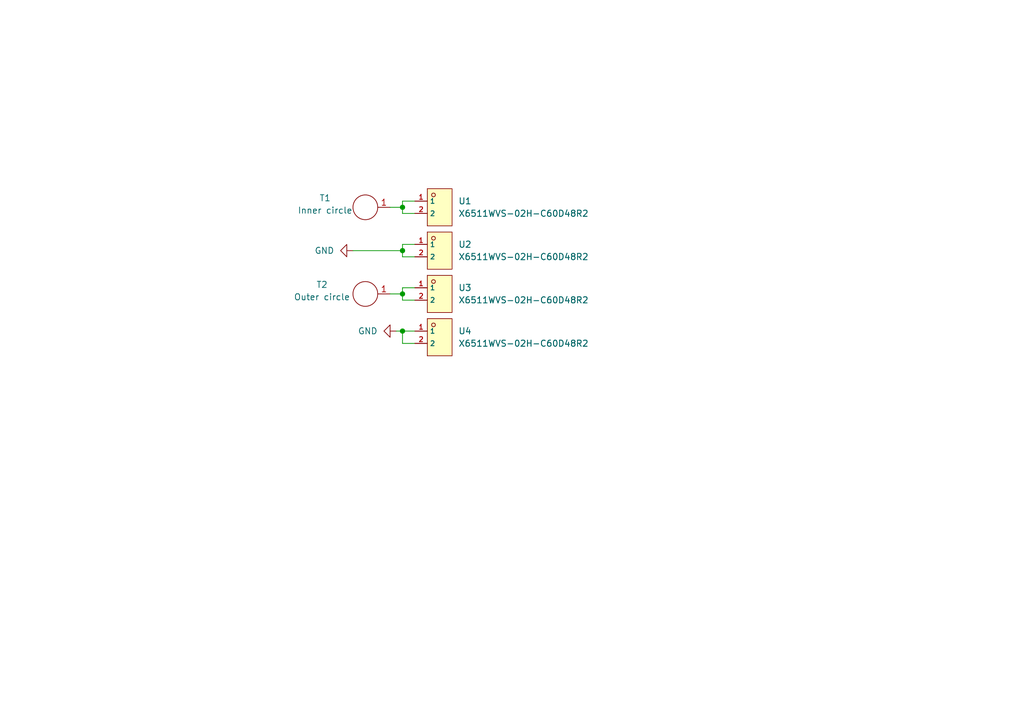
<source format=kicad_sch>
(kicad_sch (version 20230121) (generator eeschema)
  (paper "A5")
  (lib_symbols
    (symbol "MyParts:Touchpad_inner_circle"
      (property "Reference" "T" (at 0 0 0))
      (symbol "Touchpad_inner_circle_0_1"
        (circle (center 0 -3.81) (radius 2.54))
      )
      (symbol "Touchpad_inner_circle_1_1"
        (pin bidirectional line (at -5.08 -3.81 0) (length 2.54) (name "") (number "1"))
      )
    )
    (symbol "MyParts:Touchpad_outer_circle"
      (property "Reference" "T" (at 0 0 0))
      (property "Value" "Outer circle" (at 0 0 0))
      (symbol "Touchpad_outer_circle_0_1"
        (circle (center 0 -3.81) (radius 2.54))
      )
      (symbol "Touchpad_outer_circle_1_1"
        (pin bidirectional line (at -5.08 -3.81 0) (length 2.54) (name "") (number "1"))
      )
    )
    (symbol "MyParts:X6511WVS-02H-C60D48R2"
      (property "Reference" "U" (at 0 1.27 0))
      (property "Value" "X6511WVS-02H-C60D48R2" (at 0 -2.54 0))
      (symbol "X6511WVS-02H-C60D48R2_0_0"
        (rectangle (start -2.54 -8.89) (end 2.54 -16.51) (fill (type background)))
        (circle (center -1.27 -10.16) (radius 0.381) (fill (type background)))
        (pin unspecified line (at -5.08 -11.43 0) (length 2.54) (name "1") (number "1"))
        (pin unspecified line (at -5.08 -13.97 0) (length 2.54) (name "2") (number "2"))
      )
    )
    (symbol "power:GND" (power) (pin_names (offset 0))
      (property "Value" "GND" (at 0 -3.81 0))
      (symbol "GND_0_1"
        (polyline (pts (xy 0 0) (xy 0 -1.27) (xy 1.27 -1.27) (xy 0 -2.54) (xy -1.27 -1.27) (xy 0 -1.27)))
      )
      (symbol "GND_1_1"
        (pin power_in line (at 0 0 270) (length 0) hide (name "GND") (number "1"))
      )
    )
  )
  (junction (at 82.55 60.325))
  (junction (at 82.55 42.545))
  (junction (at 82.55 67.945))
  (junction (at 82.55 51.435))
  (wire (pts (xy 82.55 42.545) (xy 82.55 41.275)))
  (wire (pts (xy 72.39 51.435) (xy 82.55 51.435)))
  (wire (pts (xy 85.09 61.595) (xy 82.55 61.595)))
  (wire (pts (xy 82.55 50.165) (xy 85.09 50.165)))
  (wire (pts (xy 82.55 41.275) (xy 85.09 41.275)))
  (wire (pts (xy 85.09 43.815) (xy 82.55 43.815)))
  (wire (pts (xy 82.55 51.435) (xy 82.55 50.165)))
  (wire (pts (xy 85.09 70.485) (xy 82.55 70.485)))
  (wire (pts (xy 82.55 52.705) (xy 82.55 51.435)))
  (wire (pts (xy 85.09 52.705) (xy 82.55 52.705)))
  (wire (pts (xy 82.55 70.485) (xy 82.55 67.945)))
  (wire (pts (xy 82.55 67.945) (xy 85.09 67.945)))
  (wire (pts (xy 81.28 67.945) (xy 82.55 67.945)))
  (wire (pts (xy 85.09 59.055) (xy 82.55 59.055)))
  (wire (pts (xy 82.55 43.815) (xy 82.55 42.545)))
  (wire (pts (xy 82.55 59.055) (xy 82.55 60.325)))
  (wire (pts (xy 82.55 61.595) (xy 82.55 60.325)))
  (wire (pts (xy 80.01 42.545) (xy 82.55 42.545)))
  (wire (pts (xy 82.55 60.325) (xy 80.01 60.325)))
  (symbol (lib_id "MyParts:X6511WVS-02H-C60D48R2") (at 90.17 47.625 0) (unit 1)
    (property "Reference" "U3" (at 93.98 59.0549 0) (effects (justify left)))
    (property "Value" "X6511WVS-02H-C60D48R2" (at 93.98 61.5949 0) (effects (justify left)))
    (property "Footprint" "footprint:HDR-SMD_2P-P2.54_XKB_X6511WVS-02H-C60D48R2" (effects hide))
    (property "Datasheet" "https://atta.szlcsc.com/upload/public/pdf/source/20200909/C780060_F941EB1B69F43B5D6329EAF74E2E27BB.pdf" (effects hide))
    (property "LCSC" "C2883759" (effects hide))
  )
  (symbol (lib_id "MyParts:Touchpad_outer_circle") (at 74.93 64.135 180) (unit 1)
    (property "Reference" "T2" (at 66.04 58.42 0))
    (property "Value" "Outer circle" (at 66.04 60.96 0))
    (property "Footprint" "footprint:Touchpad outer circle" (effects hide))
  )
  (symbol (lib_id "power:GND") (at 72.39 51.435 270) (unit 1)
    (property "Reference" "#PWR02" (effects hide))
    (property "Value" "GND" (at 68.58 51.4349 90) (effects (justify right)))
  )
  (symbol (lib_id "MyParts:Touchpad_inner_circle") (at 74.93 46.355 180) (unit 1)
    (property "Reference" "T1" (at 66.675 40.64 0))
    (property "Value" "Inner circle" (at 66.675 43.18 0))
    (property "Footprint" "footprint:Touchpad inner circle" (effects hide))
  )
  (symbol (lib_id "power:GND") (at 81.28 67.945 270) (unit 1)
    (property "Reference" "#PWR01" (effects hide))
    (property "Value" "GND" (at 77.47 67.9449 90) (effects (justify right)))
  )
  (symbol (lib_id "MyParts:X6511WVS-02H-C60D48R2") (at 90.17 56.515 0) (unit 1)
    (property "Reference" "U4" (at 93.98 67.9449 0) (effects (justify left)))
    (property "Value" "X6511WVS-02H-C60D48R2" (at 93.98 70.4849 0) (effects (justify left)))
    (property "Footprint" "footprint:HDR-SMD_2P-P2.54_XKB_X6511WVS-02H-C60D48R2" (effects hide))
    (property "Datasheet" "https://atta.szlcsc.com/upload/public/pdf/source/20200909/C780060_F941EB1B69F43B5D6329EAF74E2E27BB.pdf" (effects hide))
    (property "LCSC" "C2883759" (effects hide))
  )
  (symbol (lib_id "MyParts:X6511WVS-02H-C60D48R2") (at 90.17 38.735 0) (unit 1)
    (property "Reference" "U2" (at 93.98 50.1649 0) (effects (justify left)))
    (property "Value" "X6511WVS-02H-C60D48R2" (at 93.98 52.7049 0) (effects (justify left)))
    (property "Footprint" "footprint:HDR-SMD_2P-P2.54_XKB_X6511WVS-02H-C60D48R2" (effects hide))
    (property "Datasheet" "https://atta.szlcsc.com/upload/public/pdf/source/20200909/C780060_F941EB1B69F43B5D6329EAF74E2E27BB.pdf" (effects hide))
    (property "LCSC" "C2883759" (effects hide))
  )
  (symbol (lib_id "MyParts:X6511WVS-02H-C60D48R2") (at 90.17 29.845 0) (unit 1)
    (property "Reference" "U1" (at 93.98 41.2749 0) (effects (justify left)))
    (property "Value" "X6511WVS-02H-C60D48R2" (at 93.98 43.8149 0) (effects (justify left)))
    (property "Footprint" "footprint:HDR-SMD_2P-P2.54_XKB_X6511WVS-02H-C60D48R2" (effects hide))
    (property "Datasheet" "https://atta.szlcsc.com/upload/public/pdf/source/20200909/C780060_F941EB1B69F43B5D6329EAF74E2E27BB.pdf" (effects hide))
    (property "LCSC" "C2883759" (effects hide))
  )
)
</source>
